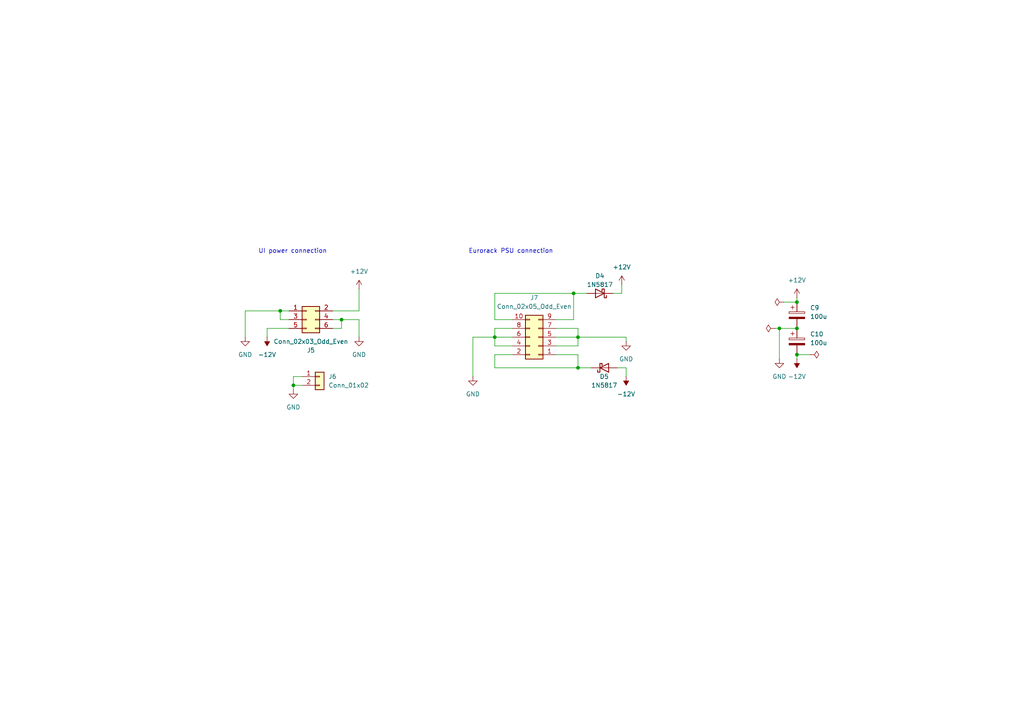
<source format=kicad_sch>
(kicad_sch (version 20250114) (generator "eeschema") (generator_version "9.0")
  (paper "A4")
  (lib_symbols
    (symbol "Connector_Generic:Conn_01x02" (pin_names (offset 1.016) (hide yes))
      (property "Reference" "J" (at 0 2.54 0))
      (property "Value" "Conn_01x02" (at 0 -5.08 0))
      (symbol "Conn_01x02_1_1"
        (rectangle (start -1.27 1.27) (end 1.27 -3.81) (stroke (width 0.254)) (fill (type background)))
        (rectangle (start -1.27 0.127) (end 0 -0.127) (stroke (width 0.1524)))
        (rectangle (start -1.27 -2.413) (end 0 -2.667) (stroke (width 0.1524)))
        (pin passive line (at -5.08 0 0) (length 3.81) (name "Pin_1") (number "1"))
        (pin passive line (at -5.08 -2.54 0) (length 3.81) (name "Pin_2") (number "2"))
      )
    )
    (symbol "Connector_Generic:Conn_02x03_Odd_Even" (pin_names (offset 1.016) (hide yes))
      (property "Reference" "J" (at 1.27 5.08 0))
      (property "Value" "Conn_02x03_Odd_Even" (at 1.27 -5.08 0))
      (symbol "Conn_02x03_Odd_Even_1_1"
        (rectangle (start -1.27 3.81) (end 3.81 -3.81) (stroke (width 0.254)) (fill (type background)))
        (rectangle (start -1.27 2.667) (end 0 2.413) (stroke (width 0.1524)))
        (rectangle (start -1.27 0.127) (end 0 -0.127) (stroke (width 0.1524)))
        (rectangle (start -1.27 -2.413) (end 0 -2.667) (stroke (width 0.1524)))
        (rectangle (start 3.81 2.667) (end 2.54 2.413) (stroke (width 0.1524)))
        (rectangle (start 3.81 0.127) (end 2.54 -0.127) (stroke (width 0.1524)))
        (rectangle (start 3.81 -2.413) (end 2.54 -2.667) (stroke (width 0.1524)))
        (pin passive line (at -5.08 2.54 0) (length 3.81) (name "Pin_1") (number "1"))
        (pin passive line (at -5.08 0 0) (length 3.81) (name "Pin_3") (number "3"))
        (pin passive line (at -5.08 -2.54 0) (length 3.81) (name "Pin_5") (number "5"))
        (pin passive line (at 7.62 2.54 180) (length 3.81) (name "Pin_2") (number "2"))
        (pin passive line (at 7.62 0 180) (length 3.81) (name "Pin_4") (number "4"))
        (pin passive line (at 7.62 -2.54 180) (length 3.81) (name "Pin_6") (number "6"))
      )
    )
    (symbol "Connector_Generic:Conn_02x05_Odd_Even" (pin_names (offset 1.016) (hide yes))
      (property "Reference" "J" (at 1.27 7.62 0))
      (property "Value" "Conn_02x05_Odd_Even" (at 1.27 -7.62 0))
      (symbol "Conn_02x05_Odd_Even_1_1"
        (rectangle (start -1.27 6.35) (end 3.81 -6.35) (stroke (width 0.254)) (fill (type background)))
        (rectangle (start -1.27 5.207) (end 0 4.953) (stroke (width 0.1524)))
        (rectangle (start -1.27 2.667) (end 0 2.413) (stroke (width 0.1524)))
        (rectangle (start -1.27 0.127) (end 0 -0.127) (stroke (width 0.1524)))
        (rectangle (start -1.27 -2.413) (end 0 -2.667) (stroke (width 0.1524)))
        (rectangle (start -1.27 -4.953) (end 0 -5.207) (stroke (width 0.1524)))
        (rectangle (start 3.81 5.207) (end 2.54 4.953) (stroke (width 0.1524)))
        (rectangle (start 3.81 2.667) (end 2.54 2.413) (stroke (width 0.1524)))
        (rectangle (start 3.81 0.127) (end 2.54 -0.127) (stroke (width 0.1524)))
        (rectangle (start 3.81 -2.413) (end 2.54 -2.667) (stroke (width 0.1524)))
        (rectangle (start 3.81 -4.953) (end 2.54 -5.207) (stroke (width 0.1524)))
        (pin passive line (at -5.08 5.08 0) (length 3.81) (name "Pin_1") (number "1"))
        (pin passive line (at -5.08 2.54 0) (length 3.81) (name "Pin_3") (number "3"))
        (pin passive line (at -5.08 0 0) (length 3.81) (name "Pin_5") (number "5"))
        (pin passive line (at -5.08 -2.54 0) (length 3.81) (name "Pin_7") (number "7"))
        (pin passive line (at -5.08 -5.08 0) (length 3.81) (name "Pin_9") (number "9"))
        (pin passive line (at 7.62 5.08 180) (length 3.81) (name "Pin_2") (number "2"))
        (pin passive line (at 7.62 2.54 180) (length 3.81) (name "Pin_4") (number "4"))
        (pin passive line (at 7.62 0 180) (length 3.81) (name "Pin_6") (number "6"))
        (pin passive line (at 7.62 -2.54 180) (length 3.81) (name "Pin_8") (number "8"))
        (pin passive line (at 7.62 -5.08 180) (length 3.81) (name "Pin_10") (number "10"))
      )
    )
    (symbol "Device:C_Polarized" (pin_numbers (hide yes)) (pin_names (offset 0.254))
      (property "Reference" "C" (at 0.635 2.54 0))
      (property "Value" "C_Polarized" (at 0.635 -2.54 0))
      (symbol "C_Polarized_0_1"
        (rectangle (start -2.286 0.508) (end 2.286 1.016))
        (polyline (pts (xy -1.778 2.286) (xy -0.762 2.286)))
        (polyline (pts (xy -1.27 2.794) (xy -1.27 1.778)))
        (rectangle (start 2.286 -0.508) (end -2.286 -1.016) (fill (type outline)))
      )
      (symbol "C_Polarized_1_1"
        (pin passive line (at 0 3.81 270) (length 2.794) (name "~") (number "1"))
        (pin passive line (at 0 -3.81 90) (length 2.794) (name "~") (number "2"))
      )
    )
    (symbol "Device:D_Schottky" (pin_numbers (hide yes)) (pin_names (offset 1.016) (hide yes))
      (property "Reference" "D" (at 0 2.54 0))
      (property "Value" "D_Schottky" (at 0 -2.54 0))
      (symbol "D_Schottky_0_1"
        (polyline (pts (xy -1.905 0.635) (xy -1.905 1.27) (xy -1.27 1.27) (xy -1.27 -1.27) (xy -0.635 -1.27) (xy -0.635 -0.635)) (stroke (width 0.254)))
        (polyline (pts (xy 1.27 1.27) (xy 1.27 -1.27) (xy -1.27 0) (xy 1.27 1.27)) (stroke (width 0.254)))
        (polyline (pts (xy 1.27 0) (xy -1.27 0)))
      )
      (symbol "D_Schottky_1_1"
        (pin passive line (at -3.81 0 0) (length 2.54) (name "K") (number "1"))
        (pin passive line (at 3.81 0 180) (length 2.54) (name "A") (number "2"))
      )
    )
    (symbol "power:+12V" (power) (pin_numbers (hide yes)) (pin_names (offset 0) (hide yes))
      (property "Value" "+12V" (at 0 3.556 0))
      (symbol "+12V_0_1"
        (polyline (pts (xy -0.762 1.27) (xy 0 2.54)))
        (polyline (pts (xy 0 2.54) (xy 0.762 1.27)))
        (polyline (pts (xy 0 0) (xy 0 2.54)))
      )
      (symbol "+12V_1_1"
        (pin power_in line (at 0 0 90) (length 0) (name "~") (number "1"))
      )
    )
    (symbol "power:-12V" (power) (pin_numbers (hide yes)) (pin_names (offset 0) (hide yes))
      (property "Value" "-12V" (at 0 3.556 0))
      (symbol "-12V_0_0"
        (pin power_in line (at 0 0 90) (length 0) (name "~") (number "1"))
      )
      (symbol "-12V_0_1"
        (polyline (pts (xy 0 0) (xy 0 1.27) (xy 0.762 1.27) (xy 0 2.54) (xy -0.762 1.27) (xy 0 1.27)) (fill (type outline)))
      )
    )
    (symbol "power:GND" (power) (pin_numbers (hide yes)) (pin_names (offset 0) (hide yes))
      (property "Value" "GND" (at 0 -3.81 0))
      (symbol "GND_0_1"
        (polyline (pts (xy 0 0) (xy 0 -1.27) (xy 1.27 -1.27) (xy 0 -2.54) (xy -1.27 -1.27) (xy 0 -1.27)))
      )
      (symbol "GND_1_1"
        (pin power_in line (at 0 0 270) (length 0) (name "~") (number "1"))
      )
    )
    (symbol "power:PWR_FLAG" (power) (pin_numbers (hide yes)) (pin_names (offset 0) (hide yes))
      (property "Value" "PWR_FLAG" (at 0 3.81 0))
      (symbol "PWR_FLAG_0_0"
        (pin power_out line (at 0 0 90) (length 0) (name "~") (number "1"))
      )
      (symbol "PWR_FLAG_0_1"
        (polyline (pts (xy 0 0) (xy 0 1.27) (xy -1.016 1.905) (xy 0 2.54) (xy 1.016 1.905) (xy 0 1.27)))
      )
    )
  )
  (text "UI power connection" (at 74.93 73.66 0) (effects (font (size 1.27 1.27)) (justify left bottom)))
  (text "Eurorack PSU connection" (at 135.89 73.66 0) (effects (font (size 1.27 1.27)) (justify left bottom)))
  (junction (at 231.14 87.63))
  (junction (at 231.14 102.87))
  (junction (at 81.28 90.17))
  (junction (at 167.64 106.68))
  (junction (at 226.06 95.25))
  (junction (at 85.09 111.76))
  (junction (at 166.37 85.09))
  (junction (at 143.51 97.79))
  (junction (at 167.64 97.79))
  (junction (at 231.14 95.25))
  (junction (at 99.06 92.71))
  (wire (pts (xy 85.09 111.76) (xy 85.09 113.03)))
  (wire (pts (xy 166.37 92.71) (xy 166.37 85.09)))
  (wire (pts (xy 167.64 100.33) (xy 167.64 97.79)))
  (wire (pts (xy 87.63 109.22) (xy 85.09 109.22)))
  (wire (pts (xy 143.51 92.71) (xy 148.59 92.71)))
  (wire (pts (xy 167.64 97.79) (xy 181.61 97.79)))
  (wire (pts (xy 231.14 86.36) (xy 231.14 87.63)))
  (wire (pts (xy 137.16 109.22) (xy 137.16 97.79)))
  (wire (pts (xy 161.29 92.71) (xy 166.37 92.71)))
  (wire (pts (xy 167.64 102.87) (xy 167.64 106.68)))
  (wire (pts (xy 177.8 85.09) (xy 180.34 85.09)))
  (wire (pts (xy 167.64 97.79) (xy 167.64 95.25)))
  (wire (pts (xy 104.14 92.71) (xy 99.06 92.71)))
  (wire (pts (xy 81.28 92.71) (xy 81.28 90.17)))
  (wire (pts (xy 96.52 95.25) (xy 99.06 95.25)))
  (wire (pts (xy 167.64 95.25) (xy 161.29 95.25)))
  (wire (pts (xy 85.09 111.76) (xy 87.63 111.76)))
  (wire (pts (xy 143.51 102.87) (xy 143.51 106.68)))
  (wire (pts (xy 143.51 100.33) (xy 148.59 100.33)))
  (wire (pts (xy 143.51 106.68) (xy 167.64 106.68)))
  (wire (pts (xy 234.95 102.87) (xy 231.14 102.87)))
  (wire (pts (xy 83.82 95.25) (xy 77.47 95.25)))
  (wire (pts (xy 71.12 90.17) (xy 81.28 90.17)))
  (wire (pts (xy 143.51 85.09) (xy 166.37 85.09)))
  (wire (pts (xy 71.12 97.79) (xy 71.12 90.17)))
  (wire (pts (xy 226.06 95.25) (xy 231.14 95.25)))
  (wire (pts (xy 227.33 87.63) (xy 231.14 87.63)))
  (wire (pts (xy 99.06 92.71) (xy 96.52 92.71)))
  (wire (pts (xy 137.16 97.79) (xy 143.51 97.79)))
  (wire (pts (xy 143.51 102.87) (xy 148.59 102.87)))
  (wire (pts (xy 143.51 95.25) (xy 148.59 95.25)))
  (wire (pts (xy 104.14 83.82) (xy 104.14 90.17)))
  (wire (pts (xy 83.82 92.71) (xy 81.28 92.71)))
  (wire (pts (xy 143.51 97.79) (xy 143.51 100.33)))
  (wire (pts (xy 170.18 85.09) (xy 166.37 85.09)))
  (wire (pts (xy 226.06 104.14) (xy 226.06 95.25)))
  (wire (pts (xy 104.14 90.17) (xy 96.52 90.17)))
  (wire (pts (xy 143.51 85.09) (xy 143.51 92.71)))
  (wire (pts (xy 99.06 95.25) (xy 99.06 92.71)))
  (wire (pts (xy 167.64 106.68) (xy 171.45 106.68)))
  (wire (pts (xy 104.14 97.79) (xy 104.14 92.71)))
  (wire (pts (xy 181.61 99.06) (xy 181.61 97.79)))
  (wire (pts (xy 161.29 102.87) (xy 167.64 102.87)))
  (wire (pts (xy 81.28 90.17) (xy 83.82 90.17)))
  (wire (pts (xy 143.51 97.79) (xy 143.51 95.25)))
  (wire (pts (xy 181.61 106.68) (xy 181.61 109.22)))
  (wire (pts (xy 77.47 97.79) (xy 77.47 95.25)))
  (wire (pts (xy 179.07 106.68) (xy 181.61 106.68)))
  (wire (pts (xy 224.79 95.25) (xy 226.06 95.25)))
  (wire (pts (xy 231.14 102.87) (xy 231.14 104.14)))
  (wire (pts (xy 180.34 82.55) (xy 180.34 85.09)))
  (wire (pts (xy 161.29 97.79) (xy 167.64 97.79)))
  (wire (pts (xy 161.29 100.33) (xy 167.64 100.33)))
  (wire (pts (xy 85.09 109.22) (xy 85.09 111.76)))
  (wire (pts (xy 143.51 97.79) (xy 148.59 97.79)))
  (symbol (lib_id "power:+12V") (at 104.14 83.82 0) (mirror y) (unit 1)
    (property "Reference" "#PWR028" (effects (hide yes)))
    (property "Value" "+12V" (at 104.14 78.74 0))
    (property "Description" "Power symbol creates a global label with name \"+12V\"" (effects (hide yes)))
  )
  (symbol (lib_id "Device:C_Polarized") (at 231.14 91.44 0) (unit 1)
    (property "Reference" "C9" (at 234.95 89.281 0) (effects (justify left)))
    (property "Value" "100u" (at 234.95 91.821 0) (effects (justify left)))
    (property "Footprint" "Capacitor_SMD:CP_Elec_6.3x7.7" (effects (hide yes)))
    (property "LCSC" "C2836437" (effects (hide yes)))
    (property "Vendor" "JLCPCB" (effects (hide yes)))
    (property "FT Rotation Offset" "180" (effects (hide yes)))
  )
  (symbol (lib_id "power:GND") (at 137.16 109.22 0) (unit 1)
    (property "Reference" "#PWR030" (effects (hide yes)))
    (property "Value" "GND" (at 137.16 114.3 0))
    (property "Description" "Power symbol creates a global label with name \"GND\" , ground" (effects (hide yes)))
  )
  (symbol (lib_id "Device:D_Schottky") (at 175.26 106.68 0) (mirror x) (unit 1)
    (property "Reference" "D5" (at 175.26 109.22 0))
    (property "Value" "1N5817" (at 175.26 111.76 0))
    (property "Footprint" "Diode_SMD:D_SOD-323" (effects (hide yes)))
    (property "Description" "Schottky diode" (effects (hide yes)))
    (property "Vendor" "JLCPCB" (effects (hide yes)))
    (property "LCSC" "C5190152" (effects (hide yes)))
  )
  (symbol (lib_id "power:GND") (at 181.61 99.06 0) (unit 1)
    (property "Reference" "#PWR032" (effects (hide yes)))
    (property "Value" "GND" (at 181.61 104.14 0))
    (property "Description" "Power symbol creates a global label with name \"GND\" , ground" (effects (hide yes)))
  )
  (symbol (lib_id "power:-12V") (at 77.47 97.79 0) (mirror x) (unit 1)
    (property "Reference" "#PWR026" (effects (hide yes)))
    (property "Value" "-12V" (at 77.47 102.87 0))
    (property "Description" "Power symbol creates a global label with name \"-12V\"" (effects (hide yes)))
  )
  (symbol (lib_id "power:PWR_FLAG") (at 227.33 87.63 90) (unit 1)
    (property "Reference" "#FLG02" (effects (hide yes)))
    (property "Value" "PWR_FLAG" (effects (hide yes)))
    (property "Description" "Special symbol for telling ERC where power comes from" (effects (hide yes)))
  )
  (symbol (lib_id "Connector_Generic:Conn_02x03_Odd_Even") (at 88.9 92.71 0) (unit 1)
    (property "Reference" "J5" (at 90.17 101.6 0))
    (property "Value" "Conn_02x03_Odd_Even" (at 90.17 99.06 0))
    (property "Footprint" "Connector_PinHeader_2.54mm:PinHeader_2x03_P2.54mm_Vertical" (effects (hide yes)))
    (property "Description" "Generic connector, double row, 02x03, odd/even pin numbering scheme (row 1 odd numbers, row 2 even numbers), script generated (kicad-library-utils/schlib/autogen/connector/)" (effects (hide yes)))
    (property "Vendor" "Mouser" (effects (hide yes)))
  )
  (symbol (lib_id "power:GND") (at 226.06 104.14 0) (unit 1)
    (property "Reference" "#PWR034" (effects (hide yes)))
    (property "Value" "GND" (at 226.06 109.22 0))
    (property "Description" "Power symbol creates a global label with name \"GND\" , ground" (effects (hide yes)))
  )
  (symbol (lib_id "power:-12V") (at 181.61 109.22 180) (unit 1)
    (property "Reference" "#PWR033" (effects (hide yes)))
    (property "Value" "-12V" (at 181.61 114.3 0))
    (property "Description" "Power symbol creates a global label with name \"-12V\"" (effects (hide yes)))
  )
  (symbol (lib_id "Device:C_Polarized") (at 231.14 99.06 0) (unit 1)
    (property "Reference" "C10" (at 234.95 96.901 0) (effects (justify left)))
    (property "Value" "100u" (at 234.95 99.441 0) (effects (justify left)))
    (property "Footprint" "Capacitor_SMD:CP_Elec_6.3x7.7" (effects (hide yes)))
    (property "LCSC" "C2836437" (effects (hide yes)))
    (property "Vendor" "JLCPCB" (effects (hide yes)))
    (property "FT Rotation Offset" "180" (effects (hide yes)))
  )
  (symbol (lib_id "power:PWR_FLAG") (at 224.79 95.25 90) (unit 1)
    (property "Reference" "#FLG01" (effects (hide yes)))
    (property "Value" "PWR_FLAG" (effects (hide yes)))
    (property "Description" "Special symbol for telling ERC where power comes from" (effects (hide yes)))
  )
  (symbol (lib_id "power:GND") (at 71.12 97.79 0) (mirror y) (unit 1)
    (property "Reference" "#PWR025" (effects (hide yes)))
    (property "Value" "GND" (at 71.12 102.87 0))
    (property "Description" "Power symbol creates a global label with name \"GND\" , ground" (effects (hide yes)))
  )
  (symbol (lib_id "Connector_Generic:Conn_02x05_Odd_Even") (at 156.21 97.79 180) (unit 1)
    (property "Reference" "J7" (at 154.94 86.36 0))
    (property "Value" "Conn_02x05_Odd_Even" (at 154.94 88.9 0))
    (property "Footprint" "Connector_IDC:IDC-Header_2x05_P2.54mm_Horizontal" (effects (hide yes)))
    (property "Description" "Generic connector, double row, 02x05, odd/even pin numbering scheme (row 1 odd numbers, row 2 even numbers), script generated (kicad-library-utils/schlib/autogen/connector/)" (effects (hide yes)))
    (property "Vendor" "Mouser" (effects (hide yes)))
  )
  (symbol (lib_id "power:+12V") (at 231.14 86.36 0) (unit 1)
    (property "Reference" "#PWR035" (effects (hide yes)))
    (property "Value" "+12V" (at 231.14 81.28 0))
    (property "Description" "Power symbol creates a global label with name \"+12V\"" (effects (hide yes)))
  )
  (symbol (lib_id "Device:D_Schottky") (at 173.99 85.09 180) (unit 1)
    (property "Reference" "D4" (at 173.99 80.01 0))
    (property "Value" "1N5817" (at 173.99 82.55 0))
    (property "Footprint" "Diode_SMD:D_SOD-323" (effects (hide yes)))
    (property "Description" "Schottky diode" (effects (hide yes)))
    (property "Vendor" "JLCPCB" (effects (hide yes)))
    (property "LCSC" "C5190152" (effects (hide yes)))
  )
  (symbol (lib_id "power:+12V") (at 180.34 82.55 0) (unit 1)
    (property "Reference" "#PWR031" (effects (hide yes)))
    (property "Value" "+12V" (at 180.34 77.47 0))
    (property "Description" "Power symbol creates a global label with name \"+12V\"" (effects (hide yes)))
  )
  (symbol (lib_id "Connector_Generic:Conn_01x02") (at 92.71 109.22 0) (unit 1)
    (property "Reference" "J6" (at 95.25 109.2199 0) (effects (justify left)))
    (property "Value" "Conn_01x02" (at 95.25 111.7599 0) (effects (justify left)))
    (property "Footprint" "Connector_PinHeader_2.54mm:PinHeader_1x02_P2.54mm_Vertical" (effects (hide yes)))
    (property "Description" "Generic connector, single row, 01x02, script generated (kicad-library-utils/schlib/autogen/connector/)" (effects (hide yes)))
    (property "Vendor" "Mouser" (effects (hide yes)))
  )
  (symbol (lib_id "power:GND") (at 85.09 113.03 0) (unit 1)
    (property "Reference" "#PWR027" (effects (hide yes)))
    (property "Value" "GND" (at 85.09 118.11 0))
    (property "Description" "Power symbol creates a global label with name \"GND\" , ground" (effects (hide yes)))
  )
  (symbol (lib_id "power:-12V") (at 231.14 104.14 180) (unit 1)
    (property "Reference" "#PWR036" (effects (hide yes)))
    (property "Value" "-12V" (at 231.14 109.22 0))
    (property "Description" "Power symbol creates a global label with name \"-12V\"" (effects (hide yes)))
  )
  (symbol (lib_id "power:PWR_FLAG") (at 234.95 102.87 270) (unit 1)
    (property "Reference" "#FLG03" (effects (hide yes)))
    (property "Value" "PWR_FLAG" (effects (hide yes)))
    (property "Description" "Special symbol for telling ERC where power comes from" (effects (hide yes)))
  )
  (symbol (lib_id "power:GND") (at 104.14 97.79 0) (mirror y) (unit 1)
    (property "Reference" "#PWR029" (effects (hide yes)))
    (property "Value" "GND" (at 104.14 102.87 0))
    (property "Description" "Power symbol creates a global label with name \"GND\" , ground" (effects (hide yes)))
  )
)
</source>
